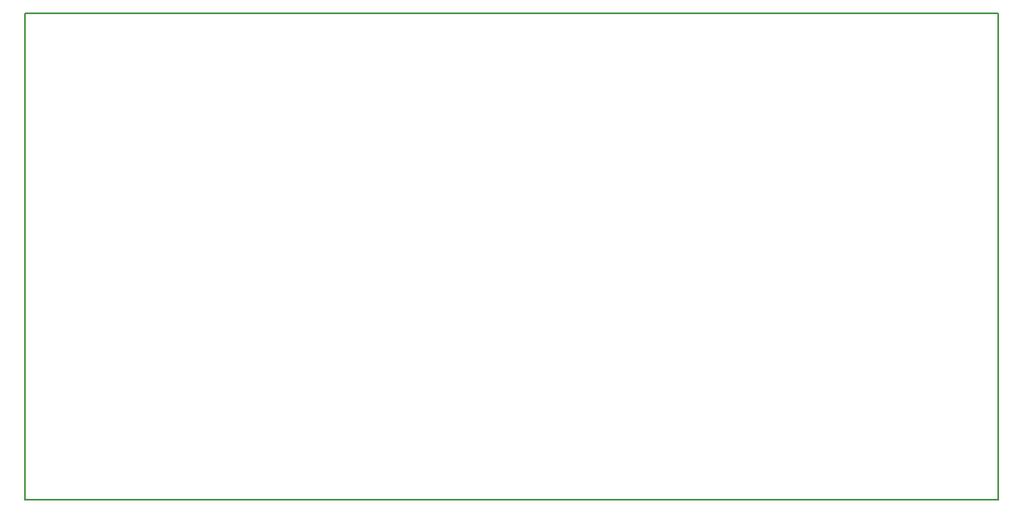
<source format=gbr>
%FSLAX34Y34*%
G04 Gerber Fmt 3.4, Leading zero omitted, Abs format*
G04 (created by PCBNEW (2014-06-11 BZR 4938)-product) date Wed 11 Jun 2014 10:42:52 PM CEST*
%MOIN*%
G01*
G70*
G90*
G04 APERTURE LIST*
%ADD10C,0.005906*%
%ADD11C,0.007874*%
G04 APERTURE END LIST*
G54D10*
G54D11*
X8250Y-44750D02*
X47250Y-44750D01*
X8250Y-25250D02*
X8250Y-44750D01*
X47250Y-25250D02*
X8250Y-25250D01*
X47250Y-44750D02*
X47250Y-25250D01*
M02*

</source>
